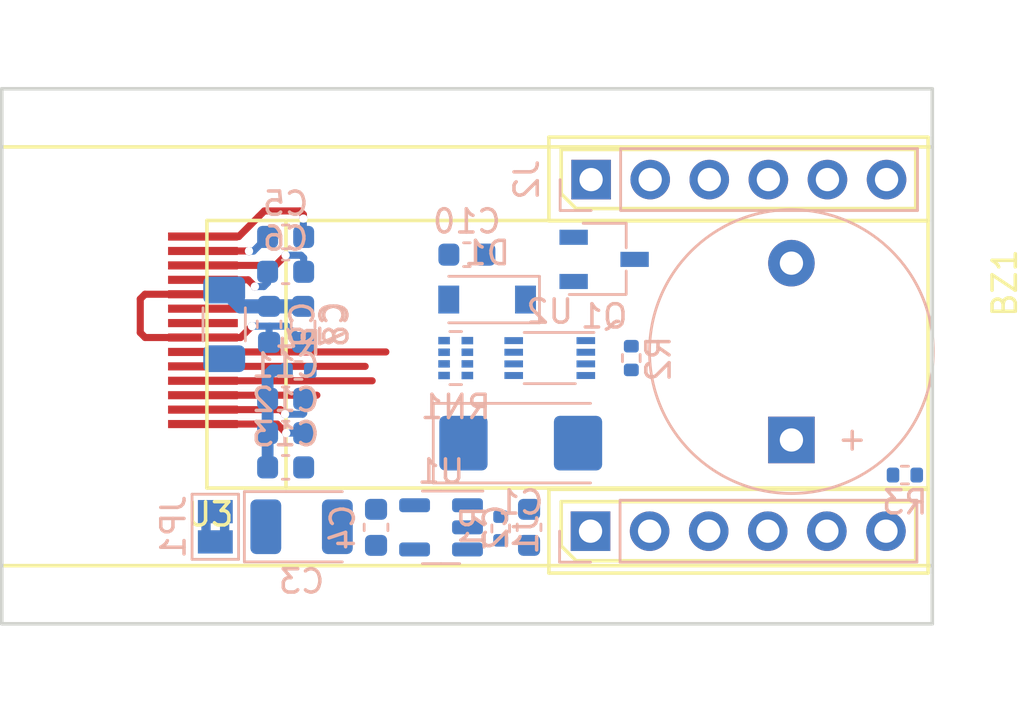
<source format=kicad_pcb>
(kicad_pcb (version 20211014) (generator pcbnew)
  (layers (0 "F.Cu" signal) (31 "B.Cu" signal) (34 "B.Paste" user) (35 "F.Paste" user) (36 "B.SilkS" user "B.Silkscreen") (37 "F.SilkS" user "F.Silkscreen") (38 "B.Mask" user) (39 "F.Mask" user) (44 "Edge.Cuts" user))
  (net 0 "")
  (net 1 "VCC")
  (net 2 "Net-(BZ1-Pad2)")
  (net 3 "GND")
  (net 4 "Net-(C3-Pad1)")
  (net 5 "Net-(C5-Pad1)")
  (net 6 "Net-(C5-Pad2)")
  (net 7 "Net-(C6-Pad1)")
  (net 8 "Net-(C6-Pad2)")
  (net 9 "+3V3")
  (net 11 "Net-(C11-Pad1)")
  (net 12 "Net-(C12-Pad1)")
  (net 13 "/DISP_SCL")
  (net 14 "/DISP_SDA")
  (net 15 "/BEEP")
  (net 16 "+24V")
  (net 19 "Net-(Q1-Pad2)")
  (net 20 "Net-(R1-Pad2)")
  (net 21 "Net-(R2-Pad2)")
  (net 22 "Net-(R4-Pad1)")
  (net 23 "/RST")
  (net 25 "/SCL")
  (net 26 "/SDA")
  (footprint "My_Library:OLED_128x32" (layer "F.Cu") (at 98.898001 130.1231)
    (fp_text reference "U3" (at -3.267001 1.1317) (layer "F.SilkS"))
    (fp_text value "0.91_OLED_128x32")
    (fp_line (start 0 -11.499999) (end 27.6 -11.499999) (layer "F.SilkS") (width 0.152399))
    (fp_line (start 0 -11.5) (end -3.400001 -11.5) (layer "F.SilkS") (width 0.152399))
    (fp_line (start -3.400001 0) (end 0 0) (layer "F.SilkS") (width 0.152399))
    (fp_line (start 0 -11.499999) (end 0 0) (layer "F.SilkS") (width 0.152399))
    (fp_line (start -3.400001 -11.5) (end -3.400001 0) (layer "F.SilkS") (width 0.152399))
    (fp_line (start 0 0) (end 27.6 0) (layer "F.SilkS") (width 0.152399))
    (fp_line (start 27.6 -11.499999) (end 27.6 0) (layer "F.SilkS") (width 0.152399))
    (pad "1" smd rect locked (at -3.57 -10.81 90) (size 0.35 3) (layers "F.Cu" "F.Paste" "F.Mask") (net 5 "Net-(C5-Pad1)"))
    (pad "2" smd rect locked (at -3.57 -10.19 90) (size 0.35 3) (layers "F.Cu" "F.Paste" "F.Mask") (net 6 "Net-(C5-Pad2)"))
    (pad "3" smd rect locked (at -3.57 -9.57 90) (size 0.35 3) (layers "F.Cu" "F.Paste" "F.Mask") (net 7 "Net-(C6-Pad1)"))
    (pad "4" smd rect locked (at -3.57 -8.95 90) (size 0.35 3) (layers "F.Cu" "F.Paste" "F.Mask") (net 8 "Net-(C6-Pad2)"))
    (pad "5" smd rect locked (at -3.57 -8.33 90) (size 0.35 3) (layers "F.Cu" "F.Paste" "F.Mask") (net 9 "+3V3"))
    (pad "6" smd rect locked (at -3.57 -7.71 90) (size 0.35 3) (layers "F.Cu" "F.Paste" "F.Mask"))
    (pad "7" smd rect locked (at -3.57 -7.09 90) (size 0.35 3) (layers "F.Cu" "F.Paste" "F.Mask") (net 3 "GND"))
    (pad "8" smd rect locked (at -3.57 -6.47 90) (size 0.35 3) (layers "F.Cu" "F.Paste" "F.Mask") (net 9 "+3V3"))
    (pad "9" smd rect locked (at -3.57 -5.85 90) (size 0.35 3) (layers "F.Cu" "F.Paste" "F.Mask") (net 23 "/RST"))
    (pad "10" smd rect locked (at -3.57 -5.23 90) (size 0.35 3) (layers "F.Cu" "F.Paste" "F.Mask") (net 13 "/DISP_SCL"))
    (pad "11" smd rect locked (at -3.57 -4.61 90) (size 0.35 3) (layers "F.Cu" "F.Paste" "F.Mask") (net 14 "/DISP_SDA"))
    (pad "12" smd rect locked (at -3.57 -3.99 90) (size 0.35 3) (layers "F.Cu" "F.Paste" "F.Mask") (net 22 "Net-(R4-Pad1)"))
    (pad "13" smd rect locked (at -3.57 -3.37 90) (size 0.35 3) (layers "F.Cu" "F.Paste" "F.Mask") (net 11 "Net-(C11-Pad1)"))
    (pad "14" smd rect locked (at -3.57 -2.75 90) (size 0.35 3) (layers "F.Cu" "F.Paste" "F.Mask") (net 12 "Net-(C12-Pad1)"))
  )
  (footprint "Capacitor_SMD:C_0603_1608Metric" (layer "B.Cu") (at 99.6322 123.0884 90)
    (fp_text reference "C8" (at 0 1.43 90) (layer "B.SilkS") (effects (justify mirror)))
    (fp_text value "4.7uF")
    (fp_line (start -0.14058 0.51) (end 0.14058 0.51) (layer "B.SilkS") (width 0.12))
    (fp_line (start -0.14058 -0.51) (end 0.14058 -0.51) (layer "B.SilkS") (width 0.12))
    (pad "1" smd roundrect (at -0.775 0 90) (size 0.9 0.95) (layers "B.Cu" "B.Paste" "B.Mask") (net 9 "+3V3"))
    (pad "2" smd roundrect (at 0.775 0 90) (size 0.9 0.95) (layers "B.Cu" "B.Paste" "B.Mask") (net 3 "GND"))
  )
  (footprint "Capacitor_SMD:C_0603_1608Metric" (layer "B.Cu") (at 109.347 131.8136 -90)
    (fp_text reference "C2" (at 0 1.43 90) (layer "B.SilkS") (effects (justify mirror)))
    (fp_text value "100nF")
    (fp_line (start -0.14058 -0.51) (end 0.14058 -0.51) (layer "B.SilkS") (width 0.12))
    (fp_line (start -0.14058 0.51) (end 0.14058 0.51) (layer "B.SilkS") (width 0.12))
    (pad "1" smd roundrect (at -0.775 0 270) (size 0.9 0.95) (layers "B.Cu" "B.Paste" "B.Mask") (net 1 "VCC"))
    (pad "2" smd roundrect (at 0.775 0 270) (size 0.9 0.95) (layers "B.Cu" "B.Paste" "B.Mask") (net 3 "GND"))
  )
  (footprint "Capacitor_SMD:C_0603_1608Metric" (layer "B.Cu") (at 106.6736 120.0912 180)
    (fp_text reference "C10" (at 0 1.43) (layer "B.SilkS") (effects (justify mirror)))
    (fp_text value "4.7uF")
    (fp_line (start -0.14058 0.51) (end 0.14058 0.51) (layer "B.SilkS") (width 0.12))
    (fp_line (start -0.14058 -0.51) (end 0.14058 -0.51) (layer "B.SilkS") (width 0.12))
    (pad "1" smd roundrect (at -0.775 0 180) (size 0.9 0.95) (layers "B.Cu" "B.Paste" "B.Mask") (net 3 "GND"))
    (pad "2" smd roundrect (at 0.775 0 180) (size 0.9 0.95) (layers "B.Cu" "B.Paste" "B.Mask") (net 23 "/RST"))
  )
  (footprint "Connector_PinSocket_2.54mm:PinSocket_1x06_P2.54mm_Vertical" (layer "B.Cu") (at 112.0136 116.8646 -90)
    (fp_text reference "J2" (at 0 2.77 90) (layer "B.SilkS") (effects (justify mirror)))
    (fp_text value "Conn_01x06_Female")
    (fp_line (start 1.33 -1.27) (end 1.33 -14.03) (layer "B.SilkS") (width 0.12))
    (fp_line (start -1.33 -1.27) (end 1.33 -1.27) (layer "B.SilkS") (width 0.12))
    (fp_line (start -1.33 -14.03) (end 1.33 -14.03) (layer "B.SilkS") (width 0.12))
    (fp_line (start 1.33 1.33) (end 1.33 0) (layer "B.SilkS") (width 0.12))
    (fp_line (start 0 1.33) (end 1.33 1.33) (layer "B.SilkS") (width 0.12))
    (fp_line (start -1.33 -1.27) (end -1.33 -14.03) (layer "B.SilkS") (width 0.12))
    (pad "1" thru_hole rect (at 0 0 270) (size 1.7 1.7) (drill 1) (layers *.Cu *.Mask) (net 16 "+24V"))
    (pad "2" thru_hole oval (at 0 -2.54 270) (size 1.7 1.7) (drill 1) (layers *.Cu *.Mask) (net 16 "+24V"))
    (pad "3" thru_hole oval (at 0 -5.08 270) (size 1.7 1.7) (drill 1) (layers *.Cu *.Mask) (net 3 "GND"))
    (pad "4" thru_hole oval (at 0 -7.62 270) (size 1.7 1.7) (drill 1) (layers *.Cu *.Mask) (net 3 "GND"))
    (pad "5" thru_hole oval (at 0 -10.16 270) (size 1.7 1.7) (drill 1) (layers *.Cu *.Mask))
    (pad "6" thru_hole oval (at 0 -12.7 270) (size 1.7 1.7) (drill 1) (layers *.Cu *.Mask))
  )
  (footprint "Resistor_SMD:R_0402_1005Metric" (layer "B.Cu") (at 125.5014 129.5654)
    (fp_text reference "R3" (at 0 1.17) (layer "B.SilkS") (effects (justify mirror)))
    (fp_text value "2K")
    (fp_line (start -0.153641 0.38) (end 0.153641 0.38) (layer "B.SilkS") (width 0.12))
    (fp_line (start -0.153641 -0.38) (end 0.153641 -0.38) (layer "B.SilkS") (width 0.12))
    (pad "1" smd roundrect (at -0.51 0) (size 0.54 0.64) (layers "B.Cu" "B.Paste" "B.Mask") (net 19 "Net-(Q1-Pad2)"))
    (pad "2" smd roundrect (at 0.51 0) (size 0.54 0.64) (layers "B.Cu" "B.Paste" "B.Mask") (net 15 "/BEEP"))
  )
  (footprint "Capacitor_SMD:C_0603_1608Metric" (layer "B.Cu") (at 98.8822 127.762 180)
    (fp_text reference "C12" (at 0 1.43) (layer "B.SilkS") (effects (justify mirror)))
    (fp_text value "4.7uF")
    (fp_line (start -0.14058 0.51) (end 0.14058 0.51) (layer "B.SilkS") (width 0.12))
    (fp_line (start -0.14058 -0.51) (end 0.14058 -0.51) (layer "B.SilkS") (width 0.12))
    (pad "1" smd roundrect (at -0.775 0 180) (size 0.9 0.95) (layers "B.Cu" "B.Paste" "B.Mask") (net 12 "Net-(C12-Pad1)"))
    (pad "2" smd roundrect (at 0.775 0 180) (size 0.9 0.95) (layers "B.Cu" "B.Paste" "B.Mask") (net 3 "GND"))
  )
  (footprint "Package_TO_SOT_SMD:TSOT-23" (layer "B.Cu") (at 112.5728 120.2944)
    (fp_text reference "Q1" (at 0 2.45) (layer "B.SilkS") (effects (justify mirror)))
    (fp_text value "S8050")
    (fp_line (start 0.95 1.5) (end 0.95 0.5) (layer "B.SilkS") (width 0.12))
    (fp_line (start 0.93 1.51) (end -1.5 1.51) (layer "B.SilkS") (width 0.12))
    (fp_line (start 0.95 -1.55) (end -0.9 -1.55) (layer "B.SilkS") (width 0.12))
    (fp_line (start 0.95 -0.5) (end 0.95 -1.55) (layer "B.SilkS") (width 0.12))
    (pad "1" smd rect (at -1.31 0.95) (size 1.22 0.65) (layers "B.Cu" "B.Paste" "B.Mask") (net 3 "GND"))
    (pad "2" smd rect (at -1.31 -0.95) (size 1.22 0.65) (layers "B.Cu" "B.Paste" "B.Mask") (net 19 "Net-(Q1-Pad2)"))
    (pad "3" smd rect (at 1.31 0) (size 1.22 0.65) (layers "B.Cu" "B.Paste" "B.Mask") (net 2 "Net-(BZ1-Pad2)"))
  )
  (footprint "Resistor_SMD:R_0402_1005Metric" (layer "B.Cu") (at 113.7412 124.5362 -90)
    (fp_text reference "R2" (at 0.030314 -1.1684 90) (layer "B.SilkS") (effects (justify mirror)))
    (fp_text value "10K")
    (fp_line (start -0.153641 -0.38) (end 0.153641 -0.38) (layer "B.SilkS") (width 0.12))
    (fp_line (start -0.153641 0.38) (end 0.153641 0.38) (layer "B.SilkS") (width 0.12))
    (pad "1" smd roundrect (at -0.51 0 270) (size 0.54 0.64) (layers "B.Cu" "B.Paste" "B.Mask") (net 1 "VCC"))
    (pad "2" smd roundrect (at 0.51 0 270) (size 0.54 0.64) (layers "B.Cu" "B.Paste" "B.Mask") (net 21 "Net-(R2-Pad2)"))
  )
  (footprint "Package_SO:VSSOP-8_2.3x2mm_P0.5mm" (layer "B.Cu") (at 110.236 124.5362 180)
    (fp_text reference "U2" (at 0 2) (layer "B.SilkS") (effects (justify mirror)))
    (fp_text value "RS0102YH8")
    (fp_line (start 1.1 -1.1) (end -1.1 -1.1) (layer "B.SilkS") (width 0.12))
    (fp_line (start 1.1 1.1) (end -1.9 1.1) (layer "B.SilkS") (width 0.12))
    (pad "1" smd rect (at -1.55 0.75 270) (size 0.3 0.8) (layers "B.Cu" "B.Paste" "B.Mask") (net 1 "VCC"))
    (pad "2" smd rect (at -1.55 0.25 270) (size 0.3 0.8) (layers "B.Cu" "B.Paste" "B.Mask") (net 25 "/SCL"))
    (pad "3" smd rect (at -1.55 -0.25 270) (size 0.3 0.8) (layers "B.Cu" "B.Paste" "B.Mask") (net 26 "/SDA"))
    (pad "4" smd rect (at -1.55 -0.75 270) (size 0.3 0.8) (layers "B.Cu" "B.Paste" "B.Mask") (net 21 "Net-(R2-Pad2)"))
    (pad "5" smd rect (at 1.55 -0.75 270) (size 0.3 0.8) (layers "B.Cu" "B.Paste" "B.Mask") (net 3 "GND"))
    (pad "6" smd rect (at 1.55 -0.25 270) (size 0.3 0.8) (layers "B.Cu" "B.Paste" "B.Mask") (net 14 "/DISP_SDA"))
    (pad "7" smd rect (at 1.55 0.25 270) (size 0.3 0.8) (layers "B.Cu" "B.Paste" "B.Mask") (net 13 "/DISP_SCL"))
    (pad "8" smd rect (at 1.55 0.75 270) (size 0.3 0.8) (layers "B.Cu" "B.Paste" "B.Mask") (net 9 "+3V3"))
  )
  (footprint "Capacitor_SMD:C_0603_1608Metric" (layer "B.Cu") (at 98.8822 119.3292 180)
    (fp_text reference "C5" (at 0 1.43) (layer "B.SilkS") (effects (justify mirror)))
    (fp_text value "1uF")
    (fp_line (start -0.14058 -0.51) (end 0.14058 -0.51) (layer "B.SilkS") (width 0.12))
    (fp_line (start -0.14058 0.51) (end 0.14058 0.51) (layer "B.SilkS") (width 0.12))
    (pad "1" smd roundrect (at -0.775 0 180) (size 0.9 0.95) (layers "B.Cu" "B.Paste" "B.Mask") (net 5 "Net-(C5-Pad1)"))
    (pad "2" smd roundrect (at 0.775 0 180) (size 0.9 0.95) (layers "B.Cu" "B.Paste" "B.Mask") (net 6 "Net-(C5-Pad2)"))
  )
  (footprint "Diode_SMD:D_SOD-123" (layer "B.Cu") (at 107.5436 122.0216 180)
    (fp_text reference "D1" (at 0 2) (layer "B.SilkS") (effects (justify mirror)))
    (fp_text value "1N4148")
    (fp_line (start -2.25 -1) (end 1.65 -1) (layer "B.SilkS") (width 0.12))
    (fp_line (start -2.25 1) (end 1.65 1) (layer "B.SilkS") (width 0.12))
    (fp_line (start -2.25 1) (end -2.25 -1) (layer "B.SilkS") (width 0.12))
    (pad "1" smd rect (at -1.65 0 180) (size 0.9 1.2) (layers "B.Cu" "B.Paste" "B.Mask") (net 9 "+3V3"))
    (pad "2" smd rect (at 1.65 0 180) (size 0.9 1.2) (layers "B.Cu" "B.Paste" "B.Mask") (net 23 "/RST"))
  )
  (footprint "Capacitor_SMD:C_0603_1608Metric" (layer "B.Cu") (at 98.8822 126.2888 180)
    (fp_text reference "C11" (at 0 1.43) (layer "B.SilkS") (effects (justify mirror)))
    (fp_text value "2.2uF")
    (fp_line (start -0.14058 0.51) (end 0.14058 0.51) (layer "B.SilkS") (width 0.12))
    (fp_line (start -0.14058 -0.51) (end 0.14058 -0.51) (layer "B.SilkS") (width 0.12))
    (pad "1" smd roundrect (at -0.775 0 180) (size 0.9 0.95) (layers "B.Cu" "B.Paste" "B.Mask") (net 11 "Net-(C11-Pad1)"))
    (pad "2" smd roundrect (at 0.775 0 180) (size 0.9 0.95) (layers "B.Cu" "B.Paste" "B.Mask") (net 3 "GND"))
  )
  (footprint "Resistor_SMD:R_0402_1005Metric" (layer "B.Cu") (at 99.4322 125.0696 180)
    (fp_text reference "R4" (at 0 1.17) (layer "B.SilkS") (effects (justify mirror)))
    (fp_text value "560K")
    (fp_line (start -0.153641 -0.38) (end 0.153641 -0.38) (layer "B.SilkS") (width 0.12))
    (fp_line (start -0.153641 0.38) (end 0.153641 0.38) (layer "B.SilkS") (width 0.12))
    (pad "1" smd roundrect (at -0.51 0 180) (size 0.54 0.64) (layers "B.Cu" "B.Paste" "B.Mask") (net 22 "Net-(R4-Pad1)"))
    (pad "2" smd roundrect (at 0.51 0 180) (size 0.54 0.64) (layers "B.Cu" "B.Paste" "B.Mask") (net 3 "GND"))
  )
  (footprint "Package_TO_SOT_SMD:SOT-23-5" (layer "B.Cu") (at 105.5624 131.8136 180)
    (fp_text reference "U1" (at 0 2.4) (layer "B.SilkS") (effects (justify mirror)))
    (fp_text value "RT9013-3V3")
    (fp_line (start 0 1.56) (end 0.8 1.56) (layer "B.SilkS") (width 0.12))
    (fp_line (start 0 -1.56) (end 0.8 -1.56) (layer "B.SilkS") (width 0.12))
    (fp_line (start 0 -1.56) (end -0.8 -1.56) (layer "B.SilkS") (width 0.12))
    (fp_line (start 0 1.56) (end -1.8 1.56) (layer "B.SilkS") (width 0.12))
    (pad "1" smd roundrect (at -1.1375 0.95 180) (size 1.325 0.6) (layers "B.Cu" "B.Paste" "B.Mask") (net 1 "VCC"))
    (pad "2" smd roundrect (at -1.1375 0 180) (size 1.325 0.6) (layers "B.Cu" "B.Paste" "B.Mask") (net 3 "GND"))
    (pad "3" smd roundrect (at -1.1375 -0.95 180) (size 1.325 0.6) (layers "B.Cu" "B.Paste" "B.Mask") (net 20 "Net-(R1-Pad2)"))
    (pad "4" smd roundrect (at 1.1375 -0.95 180) (size 1.325 0.6) (layers "B.Cu" "B.Paste" "B.Mask"))
    (pad "5" smd roundrect (at 1.1375 0.95 180) (size 1.325 0.6) (layers "B.Cu" "B.Paste" "B.Mask") (net 4 "Net-(C3-Pad1)"))
  )
  (footprint "Jumper:SolderJumper-2_P1.3mm_Bridged2Bar_Pad1.0x1.5mm" (layer "B.Cu") (at 95.8596 131.7882 -90)
    (fp_text reference "JP1" (at 0 1.8 90) (layer "B.SilkS") (effects (justify mirror)))
    (fp_text value "JUMP")
    (fp_poly (pts (xy -0.25 -0.2) (xy 0.25 -0.2) (xy 0.25 -0.6) (xy -0.25 -0.6)) (layer "B.Cu") (width 0) (fill solid))
    (fp_poly (pts (xy -0.25 0.6) (xy 0.25 0.6) (xy 0.25 0.2) (xy -0.25 0.2)) (layer "B.Cu") (width 0) (fill solid))
    (fp_line (start -1.4 1) (end 1.4 1) (layer "B.SilkS") (width 0.12))
    (fp_line (start 1.4 1) (end 1.4 -1) (layer "B.SilkS") (width 0.12))
    (fp_line (start 1.4 -1) (end -1.4 -1) (layer "B.SilkS") (width 0.12))
    (fp_line (start -1.4 -1) (end -1.4 1) (layer "B.SilkS") (width 0.12))
    (pad "1" smd rect (at -0.65 0 270) (size 1 1.5) (layers "B.Cu" "B.Mask") (net 9 "+3V3"))
    (pad "2" smd rect (at 0.65 0 270) (size 1 1.5) (layers "B.Cu" "B.Mask") (net 4 "Net-(C3-Pad1)"))
  )
  (footprint "Resistor_SMD:R_0402_1005Metric" (layer "B.Cu") (at 108.1278 131.8624 -90)
    (fp_text reference "R1" (at 0 1.17 90) (layer "B.SilkS") (effects (justify mirror)))
    (fp_text value "100K")
    (fp_line (start -0.153641 -0.38) (end 0.153641 -0.38) (layer "B.SilkS") (width 0.12))
    (fp_line (start -0.153641 0.38) (end 0.153641 0.38) (layer "B.SilkS") (width 0.12))
    (pad "1" smd roundrect (at -0.51 0 270) (size 0.54 0.64) (layers "B.Cu" "B.Paste" "B.Mask") (net 1 "VCC"))
    (pad "2" smd roundrect (at 0.51 0 270) (size 0.54 0.64) (layers "B.Cu" "B.Paste" "B.Mask") (net 20 "Net-(R1-Pad2)"))
  )
  (footprint "Capacitor_SMD:C_1206_3216Metric" (layer "B.Cu") (at 96.2406 123.0884 90)
    (fp_text reference "C7" (at 0 4.6515 90) (layer "B.SilkS") (effects (justify mirror)))
    (fp_text value "10uF")
    (fp_line (start -0.711252 0.91) (end 0.711252 0.91) (layer "B.SilkS") (width 0.12))
    (fp_line (start -0.711252 -0.91) (end 0.711252 -0.91) (layer "B.SilkS") (width 0.12))
    (pad "1" smd roundrect (at -1.475 0 90) (size 1.15 1.8) (layers "B.Cu" "B.Paste" "B.Mask") (roundrect_rratio 0.217391) (net 1 "VCC"))
    (pad "2" smd roundrect (at 1.475 0 90) (size 1.15 1.8) (layers "B.Cu" "B.Paste" "B.Mask") (roundrect_rratio 0.217391) (net 3 "GND"))
  )
  (footprint "Capacitor_SMD:C_0603_1608Metric" (layer "B.Cu") (at 98.171 123.0884 90)
    (fp_text reference "C9" (at 0 1.43 90) (layer "B.SilkS") (effects (justify mirror)))
    (fp_text value "100nF")
    (fp_line (start -0.14058 0.51) (end 0.14058 0.51) (layer "B.SilkS") (width 0.12))
    (fp_line (start -0.14058 -0.51) (end 0.14058 -0.51) (layer "B.SilkS") (width 0.12))
    (pad "1" smd roundrect (at -0.775 0 90) (size 0.9 0.95) (layers "B.Cu" "B.Paste" "B.Mask") (net 9 "+3V3"))
    (pad "2" smd roundrect (at 0.775 0 90) (size 0.9 0.95) (layers "B.Cu" "B.Paste" "B.Mask") (net 3 "GND"))
  )
  (footprint "Buzzer_Beeper:Buzzer_12x9.5RM7.6" (layer "B.Cu") (at 120.6246 128.0568 90)
    (fp_text reference "BZ1" (at 6.7464 9.1694 90) (layer "F.SilkS"))
    (fp_text value "Buzzer")
    (fp_text user "+" (at -0.01 2.54 90) (layer "B.SilkS") (effects (justify mirror)))
    (fp_circle (center 3.8 0) (end 9.9 0) (layer "B.SilkS") (width 0.12) (fill none))
    (pad "1" thru_hole rect (at 0 0 90) (size 2 2) (drill 1) (layers *.Cu *.Mask) (net 1 "VCC"))
    (pad "2" thru_hole circle (at 7.6 0 90) (size 2 2) (drill 1) (layers *.Cu *.Mask) (net 2 "Net-(BZ1-Pad2)"))
  )
  (footprint "Capacitor_SMD:C_0603_1608Metric" (layer "B.Cu") (at 98.8822 129.2352 180)
    (fp_text reference "C13" (at 0 1.43) (layer "B.SilkS") (effects (justify mirror)))
    (fp_text value "100nF")
    (fp_line (start -0.14058 -0.51) (end 0.14058 -0.51) (layer "B.SilkS") (width 0.12))
    (fp_line (start -0.14058 0.51) (end 0.14058 0.51) (layer "B.SilkS") (width 0.12))
    (pad "1" smd roundrect (at -0.775 0 180) (size 0.9 0.95) (layers "B.Cu" "B.Paste" "B.Mask") (net 12 "Net-(C12-Pad1)"))
    (pad "2" smd roundrect (at 0.775 0 180) (size 0.9 0.95) (layers "B.Cu" "B.Paste" "B.Mask") (net 3 "GND"))
  )
  (footprint "Capacitor_Tantalum_SMD:CP_EIA-3528-21_Kemet-B" (layer "B.Cu") (at 99.568 131.7882)
    (fp_text reference "C3" (at 0 2.35) (layer "B.SilkS") (effects (justify mirror)))
    (fp_text value "10uF")
    (fp_line (start 1.75 1.51) (end -2.46 1.51) (layer "B.SilkS") (width 0.12))
    (fp_line (start -2.46 -1.51) (end 1.75 -1.51) (layer "B.SilkS") (width 0.12))
    (fp_line (start -2.46 1.51) (end -2.46 -1.51) (layer "B.SilkS") (width 0.12))
    (pad "1" smd roundrect (at -1.5375 0) (size 1.325 2.35) (layers "B.Cu" "B.Paste" "B.Mask") (roundrect_rratio 0.188679) (net 4 "Net-(C3-Pad1)"))
    (pad "2" smd roundrect (at 1.5375 0) (size 1.325 2.35) (layers "B.Cu" "B.Paste" "B.Mask") (roundrect_rratio 0.188679) (net 3 "GND"))
  )
  (footprint "Connector_PinSocket_2.54mm:PinSocket_1x06_P2.54mm_Vertical" (layer "B.Cu") (at 111.9882 131.978 -90)
    (fp_text reference "J1" (at 0.1394 2.77 90) (layer "B.SilkS") (effects (justify mirror)))
    (fp_text value "Conn_01x06_Female")
    (fp_line (start -1.33 -14.03) (end 1.33 -14.03) (layer "B.SilkS") (width 0.12))
    (fp_line (start -1.33 -1.27) (end 1.33 -1.27) (layer "B.SilkS") (width 0.12))
    (fp_line (start 0 1.33) (end 1.33 1.33) (layer "B.SilkS") (width 0.12))
    (fp_line (start 1.33 1.33) (end 1.33 0) (layer "B.SilkS") (width 0.12))
    (fp_line (start 1.33 -1.27) (end 1.33 -14.03) (layer "B.SilkS") (width 0.12))
    (fp_line (start -1.33 -1.27) (end -1.33 -14.03) (layer "B.SilkS") (width 0.12))
    (pad "1" thru_hole rect (at 0 0 270) (size 1.7 1.7) (drill 1) (layers *.Cu *.Mask) (net 1 "VCC"))
    (pad "2" thru_hole oval (at 0 -2.54 270) (size 1.7 1.7) (drill 1) (layers *.Cu *.Mask) (net 26 "/SDA"))
    (pad "3" thru_hole oval (at 0 -5.08 270) (size 1.7 1.7) (drill 1) (layers *.Cu *.Mask) (net 25 "/SCL"))
    (pad "4" thru_hole oval (at 0 -7.62 270) (size 1.7 1.7) (drill 1) (layers *.Cu *.Mask) (net 23 "/RST"))
    (pad "5" thru_hole oval (at 0 -10.16 270) (size 1.7 1.7) (drill 1) (layers *.Cu *.Mask) (net 3 "GND"))
    (pad "6" thru_hole oval (at 0 -12.7 270) (size 1.7 1.7) (drill 1) (layers *.Cu *.Mask) (net 15 "/BEEP"))
  )
  (footprint "Capacitor_Tantalum_SMD:CP_EIA-6032-28_Kemet-C" (layer "B.Cu") (at 108.9886 128.1938)
    (fp_text reference "C1" (at 0 2.55) (layer "B.SilkS") (effects (justify mirror)))
    (fp_text value "10uF")
    (fp_line (start -3.76 1.71) (end -3.76 -1.71) (layer "B.SilkS") (width 0.12))
    (fp_line (start 3 1.71) (end -3.76 1.71) (layer "B.SilkS") (width 0.12))
    (fp_line (start -3.76 -1.71) (end 3 -1.71) (layer "B.SilkS") (width 0.12))
    (pad "1" smd roundrect (at -2.4625 0) (size 2.075 2.35) (layers "B.Cu" "B.Paste" "B.Mask") (roundrect_rratio 0.120482) (net 1 "VCC"))
    (pad "2" smd roundrect (at 2.4625 0) (size 2.075 2.35) (layers "B.Cu" "B.Paste" "B.Mask") (roundrect_rratio 0.120482) (net 3 "GND"))
  )
  (footprint "Resistor_SMD:R_Array_Concave_4x0402" (layer "B.Cu") (at 106.1936 124.5362)
    (fp_text reference "RN1" (at 0 2.1) (layer "B.SilkS") (effects (justify mirror)))
    (fp_text value "4.7K")
    (fp_line (start 0.25 1.14) (end -0.25 1.14) (layer "B.SilkS") (width 0.12))
    (fp_line (start 0.25 -1.14) (end -0.25 -1.14) (layer "B.SilkS") (width 0.12))
    (pad "1" smd rect (at -0.5 0.75) (size 0.5 0.32) (layers "B.Cu" "B.Paste" "B.Mask"))
    (pad "2" smd rect (at -0.5 0.25) (size 0.5 0.32) (layers "B.Cu" "B.Paste" "B.Mask") (net 14 "/DISP_SDA"))
    (pad "3" smd rect (at -0.5 -0.25) (size 0.5 0.32) (layers "B.Cu" "B.Paste" "B.Mask") (net 13 "/DISP_SCL"))
    (pad "4" smd rect (at -0.5 -0.75) (size 0.5 0.32) (layers "B.Cu" "B.Paste" "B.Mask") (net 23 "/RST"))
    (pad "5" smd rect (at 0.5 -0.75) (size 0.5 0.32) (layers "B.Cu" "B.Paste" "B.Mask") (net 9 "+3V3"))
    (pad "6" smd rect (at 0.5 -0.25) (size 0.5 0.32) (layers "B.Cu" "B.Paste" "B.Mask") (net 9 "+3V3"))
    (pad "7" smd rect (at 0.5 0.25) (size 0.5 0.32) (layers "B.Cu" "B.Paste" "B.Mask") (net 9 "+3V3"))
    (pad "8" smd rect (at 0.5 0.75) (size 0.5 0.32) (layers "B.Cu" "B.Paste" "B.Mask") (net 9 "+3V3"))
  )
  (footprint "Capacitor_SMD:C_0603_1608Metric" (layer "B.Cu") (at 98.8822 120.8278 180)
    (fp_text reference "C6" (at 0 1.43) (layer "B.SilkS") (effects (justify mirror)))
    (fp_text value "1uF")
    (fp_line (start -0.14058 0.51) (end 0.14058 0.51) (layer "B.SilkS") (width 0.12))
    (fp_line (start -0.14058 -0.51) (end 0.14058 -0.51) (layer "B.SilkS") (width 0.12))
    (pad "1" smd roundrect (at -0.775 0 180) (size 0.9 0.95) (layers "B.Cu" "B.Paste" "B.Mask") (net 7 "Net-(C6-Pad1)"))
    (pad "2" smd roundrect (at 0.775 0 180) (size 0.9 0.95) (layers "B.Cu" "B.Paste" "B.Mask") (net 8 "Net-(C6-Pad2)"))
  )
  (footprint "Capacitor_SMD:C_0603_1608Metric" (layer "B.Cu") (at 102.7684 131.8136 -90)
    (fp_text reference "C4" (at 0 1.43 90) (layer "B.SilkS") (effects (justify mirror)))
    (fp_text value "100nF")
    (fp_line (start -0.14058 -0.51) (end 0.14058 -0.51) (layer "B.SilkS") (width 0.12))
    (fp_line (start -0.14058 0.51) (end 0.14058 0.51) (layer "B.SilkS") (width 0.12))
    (pad "1" smd roundrect (at -0.775 0 270) (size 0.9 0.95) (layers "B.Cu" "B.Paste" "B.Mask") (net 4 "Net-(C3-Pad1)"))
    (pad "2" smd roundrect (at 0.775 0 270) (size 0.9 0.95) (layers "B.Cu" "B.Paste" "B.Mask") (net 3 "GND"))
  )
  (gr_line (start 126.4988 133.7784) (end 126.4988 130.1784) (layer "F.SilkS") (width 0.152399))
  (gr_line (start 110.7288 117.475) (end 110.7288 115.57) (layer "F.SilkS") (width 0.152399))
  (gr_line (start 110.7288 115.57) (end 125.9688 115.57) (layer "F.SilkS") (width 0.152399))
  (gr_line (start 110.1988 130.1784) (end 110.1988 133.7784) (layer "F.SilkS") (width 0.152399))
  (gr_line (start 110.7288 132.6134) (end 110.7288 130.7084) (layer "F.SilkS") (width 0.152399))
  (gr_line (start 110.7288 130.7084) (end 125.9688 130.7084) (layer "F.SilkS") (width 0.152399))
  (gr_line (start 125.9688 115.57) (end 125.9688 118.11) (layer "F.SilkS") (width 0.152399))
  (gr_line (start 110.1988 133.7784) (end 126.4988 133.7784) (layer "F.SilkS") (width 0.152399))
  (gr_line (start 125.9688 118.11) (end 111.3638 118.11) (layer "F.SilkS") (width 0.152399))
  (gr_line (start 86.68 133.46) (end 126.68 133.46) (layer "F.SilkS") (width 0.152399))
  (gr_line (start 126.4988 130.1784) (end 110.1988 130.1784) (layer "F.SilkS") (width 0.152399))
  (gr_line (start 126.68 115.46) (end 86.68 115.46) (layer "F.SilkS") (width 0.152399))
  (gr_line (start 111.3638 133.2484) (end 110.7288 132.6134) (layer "F.SilkS") (width 0.152399))
  (gr_line (start 111.3638 118.11) (end 110.7288 117.475) (layer "F.SilkS") (width 0.152399))
  (gr_line (start 125.9688 130.7084) (end 125.9688 133.2484) (layer "F.SilkS") (width 0.152399))
  (gr_line (start 126.4988 118.64) (end 126.4988 115.04) (layer "F.SilkS") (width 0.152399))
  (gr_line (start 125.9688 133.2484) (end 111.3638 133.2484) (layer "F.SilkS") (width 0.152399))
  (gr_line (start 110.1988 118.64) (end 126.4988 118.64) (layer "F.SilkS") (width 0.152399))
  (gr_line (start 126.4988 115.04) (end 110.1988 115.04) (layer "F.SilkS") (width 0.152399))
  (gr_line (start 110.1988 115.04) (end 110.1988 118.64) (layer "F.SilkS") (width 0.152399))
  (gr_line (start 126.68 135.96) (end 86.68 135.96) (layer "Edge.Cuts") (width 0.152399))
  (gr_line (start 126.68 112.96) (end 126.68 135.96) (layer "Edge.Cuts") (width 0.152399))
  (gr_line (start 86.68 112.96) (end 126.68 112.96) (layer "Edge.Cuts") (width 0.152399))
  (gr_line (start 86.68 135.96) (end 86.68 112.96) (layer "Edge.Cuts") (width 0.152399))
  (segment (start 99.6322 122.3134) (end 98.171 122.3134) (width 0.6096) (layer "B.Cu") (net 3))
  (segment (start 98.171 122.3134) (end 96.9406 122.3134) (width 0.6096) (layer "B.Cu") (net 3))
  (segment (start 98.3234 125.0696) (end 98.9222 125.0696) (width 0.508) (layer "B.Cu") (net 3))
  (segment (start 98.1072 125.2858) (end 98.3234 125.0696) (width 0.508) (layer "B.Cu") (net 3))
  (segment (start 98.1072 129.2352) (end 98.1072 126.2888) (width 0.508) (layer "B.Cu") (net 3))
  (segment (start 96.9406 122.3134) (end 96.2406 121.6134) (width 0.6096) (layer "B.Cu") (net 3))
  (segment (start 98.1072 126.2888) (end 98.1072 125.2858) (width 0.508) (layer "B.Cu") (net 3))
  (segment (start 99.4918 118.2116) (end 99.6442 118.364) (width 0.3048) (layer "F.Cu") (net 5))
  (segment (start 97.9678 118.2116) (end 99.4918 118.2116) (width 0.3048) (layer "F.Cu") (net 5))
  (segment (start 96.8663 119.3131) (end 97.7138 118.4656) (width 0.3048) (layer "F.Cu") (net 5))
  (segment (start 99.6442 118.364) (end 99.6442 118.5418) (width 0.3048) (layer "F.Cu") (net 5))
  (segment (start 95.328001 119.3131) (end 96.8663 119.3131) (width 0.3048) (layer "F.Cu") (net 5))
  (segment (start 97.7138 118.4656) (end 97.9678 118.2116) (width 0.3048) (layer "F.Cu") (net 5))
  (via (at 99.6442 118.5418) (size 0.3556) (drill 0.3556) (layers "F.Cu" "B.Cu") (net 5))
  (segment (start 99.6442 118.5418) (end 99.6442 119.3162) (width 0.3048) (layer "B.Cu") (net 5))
  (segment (start 99.6442 119.3162) (end 99.6572 119.3292) (width 0.3048) (layer "B.Cu") (net 5))
  (segment (start 95.328001 119.9331) (end 97.3017 119.9331) (width 0.3048) (layer "F.Cu") (net 6))
  (segment (start 97.3017 119.9331) (end 97.3074 119.9388) (width 0.3048) (layer "F.Cu") (net 6))
  (via (at 97.3074 119.9388) (size 0.3556) (drill 0.3556) (layers "F.Cu" "B.Cu") (net 6))
  (segment (start 97.3074 119.9388) (end 97.4976 119.9388) (width 0.3048) (layer "B.Cu") (net 6))
  (segment (start 97.4976 119.9388) (end 98.1072 119.3292) (width 0.3048) (layer "B.Cu") (net 6))
  (segment (start 95.328001 120.5531) (end 98.4457 120.5531) (width 0.3048) (layer "F.Cu") (net 7))
  (segment (start 98.4457 120.5531) (end 98.8822 120.1166) (width 0.3048) (layer "F.Cu") (net 7))
  (via (at 98.8822 120.1166) (size 0.3556) (drill 0.3556) (layers "F.Cu" "B.Cu") (net 7))
  (segment (start 99.6572 120.2312) (end 99.6572 120.8278) (width 0.3048) (layer "B.Cu") (net 7))
  (segment (start 98.8822 120.1166) (end 99.5426 120.1166) (width 0.3048) (layer "B.Cu") (net 7))
  (segment (start 99.5426 120.1166) (end 99.6572 120.2312) (width 0.3048) (layer "B.Cu") (net 7))
  (segment (start 95.328001 121.1731) (end 97.2717 121.1731) (width 0.3048) (layer "F.Cu") (net 8))
  (segment (start 97.2717 121.1731) (end 97.5614 121.4628) (width 0.3048) (layer "F.Cu") (net 8))
  (via (at 97.5614 121.4628) (size 0.3556) (drill 0.3556) (layers "F.Cu" "B.Cu") (net 8))
  (segment (start 97.5614 121.4628) (end 97.9424 121.4628) (width 0.3048) (layer "B.Cu") (net 8))
  (segment (start 97.9424 121.4628) (end 98.1072 121.298) (width 0.3048) (layer "B.Cu") (net 8))
  (segment (start 98.1072 121.298) (end 98.1072 120.8278) (width 0.3048) (layer "B.Cu") (net 8))
  (segment (start 95.328001 123.6531) (end 92.8429 123.6531) (width 0.3048) (layer "F.Cu") (net 9))
  (segment (start 95.328001 123.6531) (end 96.9459 123.6531) (width 0.3048) (layer "F.Cu") (net 9))
  (segment (start 92.8369 121.7931) (end 95.328001 121.7931) (width 0.3048) (layer "F.Cu") (net 9))
  (segment (start 92.8429 123.6531) (end 92.6338 123.444) (width 0.3048) (layer "F.Cu") (net 9))
  (segment (start 92.6338 121.9962) (end 92.8369 121.7931) (width 0.3048) (layer "F.Cu") (net 9))
  (segment (start 92.6338 123.444) (end 92.6338 121.9962) (width 0.3048) (layer "F.Cu") (net 9))
  (segment (start 96.9459 123.6531) (end 97.4344 123.1646) (width 0.3048) (layer "F.Cu") (net 9))
  (via (at 97.4344 123.1646) (size 0.3556) (drill 0.3556) (layers "F.Cu" "B.Cu") (net 9))
  (segment (start 98.171 123.8634) (end 98.171 123.19) (width 0.3048) (layer "B.Cu") (net 9))
  (segment (start 99.6322 123.8634) (end 98.9334 123.1646) (width 0.3048) (layer "B.Cu") (net 9))
  (segment (start 98.9334 123.1646) (end 98.1964 123.1646) (width 0.3048) (layer "B.Cu") (net 9))
  (segment (start 98.171 123.19) (end 98.1964 123.1646) (width 0.3048) (layer "B.Cu") (net 9))
  (segment (start 98.1964 123.1646) (end 97.4344 123.1646) (width 0.3048) (layer "B.Cu") (net 9))
  (segment (start 98.6607 126.7531) (end 98.8568 126.9492) (width 0.3048) (layer "F.Cu") (net 11))
  (segment (start 95.328001 126.7531) (end 98.6607 126.7531) (width 0.3048) (layer "F.Cu") (net 11))
  (via (at 98.8568 126.9492) (size 0.3556) (drill 0.3556) (layers "F.Cu" "B.Cu") (net 11))
  (segment (start 99.6188 126.9492) (end 99.6572 126.9108) (width 0.3048) (layer "B.Cu") (net 11))
  (segment (start 98.8568 126.9492) (end 99.6188 126.9492) (width 0.3048) (layer "B.Cu") (net 11))
  (segment (start 99.6572 126.9108) (end 99.6572 126.2888) (width 0.3048) (layer "B.Cu") (net 11))
  (segment (start 98.5187 127.3731) (end 98.9076 127.762) (width 0.3048) (layer "F.Cu") (net 12))
  (segment (start 95.328001 127.3731) (end 98.5187 127.3731) (width 0.3048) (layer "F.Cu") (net 12))
  (via (at 98.9076 127.762) (size 0.3556) (drill 0.3556) (layers "F.Cu" "B.Cu") (net 12))
  (segment (start 98.9076 127.762) (end 99.6572 127.762) (width 0.3048) (layer "B.Cu") (net 12))
  (segment (start 95.328001 124.8931) (end 102.301628 124.8931) (width 0.3048) (layer "F.Cu") (net 13))
  (segment (start 95.328001 125.5131) (end 102.6023 125.5131) (width 0.3048) (layer "F.Cu") (net 14))
  (segment (start 95.328001 126.1331) (end 100.2251 126.1331) (width 0.3048) (layer "F.Cu") (net 22))
  (segment (start 95.328001 124.2731) (end 103.1911 124.2731) (width 0.3048) (layer "F.Cu") (net 23))
)
</source>
